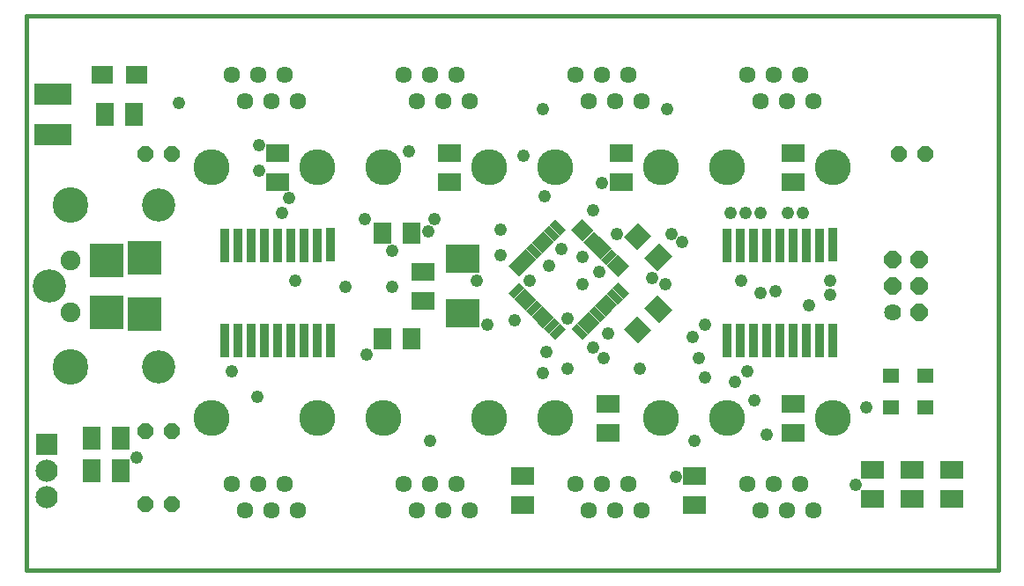
<source format=gbs>
G75*
G70*
%OFA0B0*%
%FSLAX24Y24*%
%IPPOS*%
%LPD*%
%AMOC8*
5,1,8,0,0,1.08239X$1,22.5*
%
%ADD10C,0.0160*%
%ADD11R,0.0580X0.0300*%
%ADD12R,0.0300X0.0580*%
%ADD13C,0.0640*%
%ADD14OC8,0.0640*%
%ADD15R,0.0840X0.0840*%
%ADD16C,0.0840*%
%ADD17R,0.0867X0.0710*%
%ADD18R,0.0710X0.0789*%
%ADD19C,0.0634*%
%ADD20C,0.0000*%
%ADD21C,0.1360*%
%ADD22R,0.0340X0.1280*%
%ADD23C,0.1261*%
%ADD24C,0.1346*%
%ADD25R,0.1261X0.1261*%
%ADD26C,0.0749*%
%ADD27OC8,0.0600*%
%ADD28R,0.0710X0.0867*%
%ADD29R,0.1419X0.0828*%
%ADD30R,0.0828X0.0710*%
%ADD31R,0.0631X0.0552*%
%ADD32R,0.1261X0.1064*%
%ADD33C,0.0488*%
D10*
X000550Y001235D02*
X037300Y001235D01*
X037300Y022235D01*
X000550Y022235D01*
X000550Y001235D01*
D11*
G36*
X019387Y011918D02*
X018978Y011509D01*
X018765Y011722D01*
X019174Y012131D01*
X019387Y011918D01*
G37*
G36*
X019609Y011695D02*
X019200Y011286D01*
X018987Y011499D01*
X019396Y011908D01*
X019609Y011695D01*
G37*
G36*
X019832Y011472D02*
X019423Y011063D01*
X019210Y011276D01*
X019619Y011685D01*
X019832Y011472D01*
G37*
G36*
X020055Y011249D02*
X019646Y010840D01*
X019433Y011053D01*
X019842Y011462D01*
X020055Y011249D01*
G37*
G36*
X020277Y011027D02*
X019868Y010618D01*
X019655Y010831D01*
X020064Y011240D01*
X020277Y011027D01*
G37*
G36*
X020500Y010804D02*
X020091Y010395D01*
X019878Y010608D01*
X020287Y011017D01*
X020500Y010804D01*
G37*
G36*
X020723Y010581D02*
X020314Y010172D01*
X020101Y010385D01*
X020510Y010794D01*
X020723Y010581D01*
G37*
G36*
X020945Y010359D02*
X020536Y009950D01*
X020323Y010163D01*
X020732Y010572D01*
X020945Y010359D01*
G37*
G36*
X023335Y012749D02*
X022926Y012340D01*
X022713Y012553D01*
X023122Y012962D01*
X023335Y012749D01*
G37*
G36*
X023113Y012971D02*
X022704Y012562D01*
X022491Y012775D01*
X022900Y013184D01*
X023113Y012971D01*
G37*
G36*
X022890Y013194D02*
X022481Y012785D01*
X022268Y012998D01*
X022677Y013407D01*
X022890Y013194D01*
G37*
G36*
X022667Y013417D02*
X022258Y013008D01*
X022045Y013221D01*
X022454Y013630D01*
X022667Y013417D01*
G37*
G36*
X022445Y013639D02*
X022036Y013230D01*
X021823Y013443D01*
X022232Y013852D01*
X022445Y013639D01*
G37*
G36*
X022222Y013862D02*
X021813Y013453D01*
X021600Y013666D01*
X022009Y014075D01*
X022222Y013862D01*
G37*
G36*
X021999Y014085D02*
X021590Y013676D01*
X021377Y013889D01*
X021786Y014298D01*
X021999Y014085D01*
G37*
G36*
X021777Y014308D02*
X021368Y013899D01*
X021155Y014112D01*
X021564Y014521D01*
X021777Y014308D01*
G37*
D12*
G36*
X020945Y014112D02*
X020732Y013899D01*
X020323Y014308D01*
X020536Y014521D01*
X020945Y014112D01*
G37*
G36*
X020723Y013889D02*
X020510Y013676D01*
X020101Y014085D01*
X020314Y014298D01*
X020723Y013889D01*
G37*
G36*
X020500Y013666D02*
X020287Y013453D01*
X019878Y013862D01*
X020091Y014075D01*
X020500Y013666D01*
G37*
G36*
X020277Y013443D02*
X020064Y013230D01*
X019655Y013639D01*
X019868Y013852D01*
X020277Y013443D01*
G37*
G36*
X020055Y013221D02*
X019842Y013008D01*
X019433Y013417D01*
X019646Y013630D01*
X020055Y013221D01*
G37*
G36*
X019832Y012998D02*
X019619Y012785D01*
X019210Y013194D01*
X019423Y013407D01*
X019832Y012998D01*
G37*
G36*
X019609Y012775D02*
X019396Y012562D01*
X018987Y012971D01*
X019200Y013184D01*
X019609Y012775D01*
G37*
G36*
X019387Y012553D02*
X019174Y012340D01*
X018765Y012749D01*
X018978Y012962D01*
X019387Y012553D01*
G37*
G36*
X022445Y010831D02*
X022232Y010618D01*
X021823Y011027D01*
X022036Y011240D01*
X022445Y010831D01*
G37*
G36*
X022667Y011053D02*
X022454Y010840D01*
X022045Y011249D01*
X022258Y011462D01*
X022667Y011053D01*
G37*
G36*
X022890Y011276D02*
X022677Y011063D01*
X022268Y011472D01*
X022481Y011685D01*
X022890Y011276D01*
G37*
G36*
X023113Y011499D02*
X022900Y011286D01*
X022491Y011695D01*
X022704Y011908D01*
X023113Y011499D01*
G37*
G36*
X023335Y011722D02*
X023122Y011509D01*
X022713Y011918D01*
X022926Y012131D01*
X023335Y011722D01*
G37*
G36*
X022222Y010608D02*
X022009Y010395D01*
X021600Y010804D01*
X021813Y011017D01*
X022222Y010608D01*
G37*
G36*
X021999Y010385D02*
X021786Y010172D01*
X021377Y010581D01*
X021590Y010794D01*
X021999Y010385D01*
G37*
G36*
X021777Y010163D02*
X021564Y009950D01*
X021155Y010359D01*
X021368Y010572D01*
X021777Y010163D01*
G37*
D13*
X033300Y010985D03*
D14*
X034300Y010985D03*
X034300Y011985D03*
X033300Y011985D03*
X033300Y012985D03*
X034300Y012985D03*
D15*
X001300Y005985D03*
D16*
X001300Y004985D03*
X001300Y003985D03*
D17*
X015550Y011434D03*
X015550Y012536D03*
X016550Y015934D03*
X016550Y017036D03*
X010050Y017036D03*
X010050Y015934D03*
X023050Y015934D03*
X023050Y017036D03*
X029550Y017036D03*
X029550Y015934D03*
X029550Y007536D03*
X029550Y006434D03*
X032550Y005036D03*
X034050Y005036D03*
X035550Y005036D03*
X035550Y003934D03*
X034050Y003934D03*
X032550Y003934D03*
X025800Y003684D03*
X025800Y004786D03*
X022550Y006434D03*
X022550Y007536D03*
X019300Y004786D03*
X019300Y003684D03*
D18*
X015101Y009985D03*
X013999Y009985D03*
X013999Y013985D03*
X015101Y013985D03*
G36*
X023633Y013346D02*
X023131Y013848D01*
X023687Y014404D01*
X024189Y013902D01*
X023633Y013346D01*
G37*
G36*
X024413Y012566D02*
X023911Y013068D01*
X024467Y013624D01*
X024969Y013122D01*
X024413Y012566D01*
G37*
G36*
X023911Y011152D02*
X024413Y011654D01*
X024969Y011098D01*
X024467Y010596D01*
X023911Y011152D01*
G37*
G36*
X023131Y010372D02*
X023633Y010874D01*
X024189Y010318D01*
X023687Y009816D01*
X023131Y010372D01*
G37*
D19*
X023300Y004485D03*
X022300Y004485D03*
X021300Y004485D03*
X021800Y003485D03*
X022800Y003485D03*
X023800Y003485D03*
X027800Y004485D03*
X028800Y004485D03*
X029800Y004485D03*
X029300Y003485D03*
X028300Y003485D03*
X030300Y003485D03*
X017300Y003485D03*
X016300Y003485D03*
X015300Y003485D03*
X014800Y004485D03*
X015800Y004485D03*
X016800Y004485D03*
X010800Y003485D03*
X009800Y003485D03*
X008800Y003485D03*
X008300Y004485D03*
X009300Y004485D03*
X010300Y004485D03*
X009800Y018985D03*
X010800Y018985D03*
X010300Y019985D03*
X009300Y019985D03*
X008300Y019985D03*
X008800Y018985D03*
X014800Y019985D03*
X015800Y019985D03*
X016800Y019985D03*
X016300Y018985D03*
X017300Y018985D03*
X015300Y018985D03*
X021300Y019985D03*
X022300Y019985D03*
X023300Y019985D03*
X022800Y018985D03*
X021800Y018985D03*
X023800Y018985D03*
X027800Y019985D03*
X028800Y019985D03*
X029800Y019985D03*
X029300Y018985D03*
X028300Y018985D03*
X030300Y018985D03*
D20*
X030410Y016485D02*
X030412Y016535D01*
X030418Y016585D01*
X030428Y016634D01*
X030441Y016683D01*
X030459Y016730D01*
X030480Y016776D01*
X030504Y016819D01*
X030532Y016861D01*
X030563Y016901D01*
X030597Y016938D01*
X030634Y016972D01*
X030674Y017003D01*
X030716Y017031D01*
X030759Y017055D01*
X030805Y017076D01*
X030852Y017094D01*
X030901Y017107D01*
X030950Y017117D01*
X031000Y017123D01*
X031050Y017125D01*
X031100Y017123D01*
X031150Y017117D01*
X031199Y017107D01*
X031248Y017094D01*
X031295Y017076D01*
X031341Y017055D01*
X031384Y017031D01*
X031426Y017003D01*
X031466Y016972D01*
X031503Y016938D01*
X031537Y016901D01*
X031568Y016861D01*
X031596Y016819D01*
X031620Y016776D01*
X031641Y016730D01*
X031659Y016683D01*
X031672Y016634D01*
X031682Y016585D01*
X031688Y016535D01*
X031690Y016485D01*
X031688Y016435D01*
X031682Y016385D01*
X031672Y016336D01*
X031659Y016287D01*
X031641Y016240D01*
X031620Y016194D01*
X031596Y016151D01*
X031568Y016109D01*
X031537Y016069D01*
X031503Y016032D01*
X031466Y015998D01*
X031426Y015967D01*
X031384Y015939D01*
X031341Y015915D01*
X031295Y015894D01*
X031248Y015876D01*
X031199Y015863D01*
X031150Y015853D01*
X031100Y015847D01*
X031050Y015845D01*
X031000Y015847D01*
X030950Y015853D01*
X030901Y015863D01*
X030852Y015876D01*
X030805Y015894D01*
X030759Y015915D01*
X030716Y015939D01*
X030674Y015967D01*
X030634Y015998D01*
X030597Y016032D01*
X030563Y016069D01*
X030532Y016109D01*
X030504Y016151D01*
X030480Y016194D01*
X030459Y016240D01*
X030441Y016287D01*
X030428Y016336D01*
X030418Y016385D01*
X030412Y016435D01*
X030410Y016485D01*
X026410Y016485D02*
X026412Y016535D01*
X026418Y016585D01*
X026428Y016634D01*
X026441Y016683D01*
X026459Y016730D01*
X026480Y016776D01*
X026504Y016819D01*
X026532Y016861D01*
X026563Y016901D01*
X026597Y016938D01*
X026634Y016972D01*
X026674Y017003D01*
X026716Y017031D01*
X026759Y017055D01*
X026805Y017076D01*
X026852Y017094D01*
X026901Y017107D01*
X026950Y017117D01*
X027000Y017123D01*
X027050Y017125D01*
X027100Y017123D01*
X027150Y017117D01*
X027199Y017107D01*
X027248Y017094D01*
X027295Y017076D01*
X027341Y017055D01*
X027384Y017031D01*
X027426Y017003D01*
X027466Y016972D01*
X027503Y016938D01*
X027537Y016901D01*
X027568Y016861D01*
X027596Y016819D01*
X027620Y016776D01*
X027641Y016730D01*
X027659Y016683D01*
X027672Y016634D01*
X027682Y016585D01*
X027688Y016535D01*
X027690Y016485D01*
X027688Y016435D01*
X027682Y016385D01*
X027672Y016336D01*
X027659Y016287D01*
X027641Y016240D01*
X027620Y016194D01*
X027596Y016151D01*
X027568Y016109D01*
X027537Y016069D01*
X027503Y016032D01*
X027466Y015998D01*
X027426Y015967D01*
X027384Y015939D01*
X027341Y015915D01*
X027295Y015894D01*
X027248Y015876D01*
X027199Y015863D01*
X027150Y015853D01*
X027100Y015847D01*
X027050Y015845D01*
X027000Y015847D01*
X026950Y015853D01*
X026901Y015863D01*
X026852Y015876D01*
X026805Y015894D01*
X026759Y015915D01*
X026716Y015939D01*
X026674Y015967D01*
X026634Y015998D01*
X026597Y016032D01*
X026563Y016069D01*
X026532Y016109D01*
X026504Y016151D01*
X026480Y016194D01*
X026459Y016240D01*
X026441Y016287D01*
X026428Y016336D01*
X026418Y016385D01*
X026412Y016435D01*
X026410Y016485D01*
X023910Y016485D02*
X023912Y016535D01*
X023918Y016585D01*
X023928Y016634D01*
X023941Y016683D01*
X023959Y016730D01*
X023980Y016776D01*
X024004Y016819D01*
X024032Y016861D01*
X024063Y016901D01*
X024097Y016938D01*
X024134Y016972D01*
X024174Y017003D01*
X024216Y017031D01*
X024259Y017055D01*
X024305Y017076D01*
X024352Y017094D01*
X024401Y017107D01*
X024450Y017117D01*
X024500Y017123D01*
X024550Y017125D01*
X024600Y017123D01*
X024650Y017117D01*
X024699Y017107D01*
X024748Y017094D01*
X024795Y017076D01*
X024841Y017055D01*
X024884Y017031D01*
X024926Y017003D01*
X024966Y016972D01*
X025003Y016938D01*
X025037Y016901D01*
X025068Y016861D01*
X025096Y016819D01*
X025120Y016776D01*
X025141Y016730D01*
X025159Y016683D01*
X025172Y016634D01*
X025182Y016585D01*
X025188Y016535D01*
X025190Y016485D01*
X025188Y016435D01*
X025182Y016385D01*
X025172Y016336D01*
X025159Y016287D01*
X025141Y016240D01*
X025120Y016194D01*
X025096Y016151D01*
X025068Y016109D01*
X025037Y016069D01*
X025003Y016032D01*
X024966Y015998D01*
X024926Y015967D01*
X024884Y015939D01*
X024841Y015915D01*
X024795Y015894D01*
X024748Y015876D01*
X024699Y015863D01*
X024650Y015853D01*
X024600Y015847D01*
X024550Y015845D01*
X024500Y015847D01*
X024450Y015853D01*
X024401Y015863D01*
X024352Y015876D01*
X024305Y015894D01*
X024259Y015915D01*
X024216Y015939D01*
X024174Y015967D01*
X024134Y015998D01*
X024097Y016032D01*
X024063Y016069D01*
X024032Y016109D01*
X024004Y016151D01*
X023980Y016194D01*
X023959Y016240D01*
X023941Y016287D01*
X023928Y016336D01*
X023918Y016385D01*
X023912Y016435D01*
X023910Y016485D01*
X019910Y016485D02*
X019912Y016535D01*
X019918Y016585D01*
X019928Y016634D01*
X019941Y016683D01*
X019959Y016730D01*
X019980Y016776D01*
X020004Y016819D01*
X020032Y016861D01*
X020063Y016901D01*
X020097Y016938D01*
X020134Y016972D01*
X020174Y017003D01*
X020216Y017031D01*
X020259Y017055D01*
X020305Y017076D01*
X020352Y017094D01*
X020401Y017107D01*
X020450Y017117D01*
X020500Y017123D01*
X020550Y017125D01*
X020600Y017123D01*
X020650Y017117D01*
X020699Y017107D01*
X020748Y017094D01*
X020795Y017076D01*
X020841Y017055D01*
X020884Y017031D01*
X020926Y017003D01*
X020966Y016972D01*
X021003Y016938D01*
X021037Y016901D01*
X021068Y016861D01*
X021096Y016819D01*
X021120Y016776D01*
X021141Y016730D01*
X021159Y016683D01*
X021172Y016634D01*
X021182Y016585D01*
X021188Y016535D01*
X021190Y016485D01*
X021188Y016435D01*
X021182Y016385D01*
X021172Y016336D01*
X021159Y016287D01*
X021141Y016240D01*
X021120Y016194D01*
X021096Y016151D01*
X021068Y016109D01*
X021037Y016069D01*
X021003Y016032D01*
X020966Y015998D01*
X020926Y015967D01*
X020884Y015939D01*
X020841Y015915D01*
X020795Y015894D01*
X020748Y015876D01*
X020699Y015863D01*
X020650Y015853D01*
X020600Y015847D01*
X020550Y015845D01*
X020500Y015847D01*
X020450Y015853D01*
X020401Y015863D01*
X020352Y015876D01*
X020305Y015894D01*
X020259Y015915D01*
X020216Y015939D01*
X020174Y015967D01*
X020134Y015998D01*
X020097Y016032D01*
X020063Y016069D01*
X020032Y016109D01*
X020004Y016151D01*
X019980Y016194D01*
X019959Y016240D01*
X019941Y016287D01*
X019928Y016336D01*
X019918Y016385D01*
X019912Y016435D01*
X019910Y016485D01*
X017410Y016485D02*
X017412Y016535D01*
X017418Y016585D01*
X017428Y016634D01*
X017441Y016683D01*
X017459Y016730D01*
X017480Y016776D01*
X017504Y016819D01*
X017532Y016861D01*
X017563Y016901D01*
X017597Y016938D01*
X017634Y016972D01*
X017674Y017003D01*
X017716Y017031D01*
X017759Y017055D01*
X017805Y017076D01*
X017852Y017094D01*
X017901Y017107D01*
X017950Y017117D01*
X018000Y017123D01*
X018050Y017125D01*
X018100Y017123D01*
X018150Y017117D01*
X018199Y017107D01*
X018248Y017094D01*
X018295Y017076D01*
X018341Y017055D01*
X018384Y017031D01*
X018426Y017003D01*
X018466Y016972D01*
X018503Y016938D01*
X018537Y016901D01*
X018568Y016861D01*
X018596Y016819D01*
X018620Y016776D01*
X018641Y016730D01*
X018659Y016683D01*
X018672Y016634D01*
X018682Y016585D01*
X018688Y016535D01*
X018690Y016485D01*
X018688Y016435D01*
X018682Y016385D01*
X018672Y016336D01*
X018659Y016287D01*
X018641Y016240D01*
X018620Y016194D01*
X018596Y016151D01*
X018568Y016109D01*
X018537Y016069D01*
X018503Y016032D01*
X018466Y015998D01*
X018426Y015967D01*
X018384Y015939D01*
X018341Y015915D01*
X018295Y015894D01*
X018248Y015876D01*
X018199Y015863D01*
X018150Y015853D01*
X018100Y015847D01*
X018050Y015845D01*
X018000Y015847D01*
X017950Y015853D01*
X017901Y015863D01*
X017852Y015876D01*
X017805Y015894D01*
X017759Y015915D01*
X017716Y015939D01*
X017674Y015967D01*
X017634Y015998D01*
X017597Y016032D01*
X017563Y016069D01*
X017532Y016109D01*
X017504Y016151D01*
X017480Y016194D01*
X017459Y016240D01*
X017441Y016287D01*
X017428Y016336D01*
X017418Y016385D01*
X017412Y016435D01*
X017410Y016485D01*
X013410Y016485D02*
X013412Y016535D01*
X013418Y016585D01*
X013428Y016634D01*
X013441Y016683D01*
X013459Y016730D01*
X013480Y016776D01*
X013504Y016819D01*
X013532Y016861D01*
X013563Y016901D01*
X013597Y016938D01*
X013634Y016972D01*
X013674Y017003D01*
X013716Y017031D01*
X013759Y017055D01*
X013805Y017076D01*
X013852Y017094D01*
X013901Y017107D01*
X013950Y017117D01*
X014000Y017123D01*
X014050Y017125D01*
X014100Y017123D01*
X014150Y017117D01*
X014199Y017107D01*
X014248Y017094D01*
X014295Y017076D01*
X014341Y017055D01*
X014384Y017031D01*
X014426Y017003D01*
X014466Y016972D01*
X014503Y016938D01*
X014537Y016901D01*
X014568Y016861D01*
X014596Y016819D01*
X014620Y016776D01*
X014641Y016730D01*
X014659Y016683D01*
X014672Y016634D01*
X014682Y016585D01*
X014688Y016535D01*
X014690Y016485D01*
X014688Y016435D01*
X014682Y016385D01*
X014672Y016336D01*
X014659Y016287D01*
X014641Y016240D01*
X014620Y016194D01*
X014596Y016151D01*
X014568Y016109D01*
X014537Y016069D01*
X014503Y016032D01*
X014466Y015998D01*
X014426Y015967D01*
X014384Y015939D01*
X014341Y015915D01*
X014295Y015894D01*
X014248Y015876D01*
X014199Y015863D01*
X014150Y015853D01*
X014100Y015847D01*
X014050Y015845D01*
X014000Y015847D01*
X013950Y015853D01*
X013901Y015863D01*
X013852Y015876D01*
X013805Y015894D01*
X013759Y015915D01*
X013716Y015939D01*
X013674Y015967D01*
X013634Y015998D01*
X013597Y016032D01*
X013563Y016069D01*
X013532Y016109D01*
X013504Y016151D01*
X013480Y016194D01*
X013459Y016240D01*
X013441Y016287D01*
X013428Y016336D01*
X013418Y016385D01*
X013412Y016435D01*
X013410Y016485D01*
X010910Y016485D02*
X010912Y016535D01*
X010918Y016585D01*
X010928Y016634D01*
X010941Y016683D01*
X010959Y016730D01*
X010980Y016776D01*
X011004Y016819D01*
X011032Y016861D01*
X011063Y016901D01*
X011097Y016938D01*
X011134Y016972D01*
X011174Y017003D01*
X011216Y017031D01*
X011259Y017055D01*
X011305Y017076D01*
X011352Y017094D01*
X011401Y017107D01*
X011450Y017117D01*
X011500Y017123D01*
X011550Y017125D01*
X011600Y017123D01*
X011650Y017117D01*
X011699Y017107D01*
X011748Y017094D01*
X011795Y017076D01*
X011841Y017055D01*
X011884Y017031D01*
X011926Y017003D01*
X011966Y016972D01*
X012003Y016938D01*
X012037Y016901D01*
X012068Y016861D01*
X012096Y016819D01*
X012120Y016776D01*
X012141Y016730D01*
X012159Y016683D01*
X012172Y016634D01*
X012182Y016585D01*
X012188Y016535D01*
X012190Y016485D01*
X012188Y016435D01*
X012182Y016385D01*
X012172Y016336D01*
X012159Y016287D01*
X012141Y016240D01*
X012120Y016194D01*
X012096Y016151D01*
X012068Y016109D01*
X012037Y016069D01*
X012003Y016032D01*
X011966Y015998D01*
X011926Y015967D01*
X011884Y015939D01*
X011841Y015915D01*
X011795Y015894D01*
X011748Y015876D01*
X011699Y015863D01*
X011650Y015853D01*
X011600Y015847D01*
X011550Y015845D01*
X011500Y015847D01*
X011450Y015853D01*
X011401Y015863D01*
X011352Y015876D01*
X011305Y015894D01*
X011259Y015915D01*
X011216Y015939D01*
X011174Y015967D01*
X011134Y015998D01*
X011097Y016032D01*
X011063Y016069D01*
X011032Y016109D01*
X011004Y016151D01*
X010980Y016194D01*
X010959Y016240D01*
X010941Y016287D01*
X010928Y016336D01*
X010918Y016385D01*
X010912Y016435D01*
X010910Y016485D01*
X006910Y016485D02*
X006912Y016535D01*
X006918Y016585D01*
X006928Y016634D01*
X006941Y016683D01*
X006959Y016730D01*
X006980Y016776D01*
X007004Y016819D01*
X007032Y016861D01*
X007063Y016901D01*
X007097Y016938D01*
X007134Y016972D01*
X007174Y017003D01*
X007216Y017031D01*
X007259Y017055D01*
X007305Y017076D01*
X007352Y017094D01*
X007401Y017107D01*
X007450Y017117D01*
X007500Y017123D01*
X007550Y017125D01*
X007600Y017123D01*
X007650Y017117D01*
X007699Y017107D01*
X007748Y017094D01*
X007795Y017076D01*
X007841Y017055D01*
X007884Y017031D01*
X007926Y017003D01*
X007966Y016972D01*
X008003Y016938D01*
X008037Y016901D01*
X008068Y016861D01*
X008096Y016819D01*
X008120Y016776D01*
X008141Y016730D01*
X008159Y016683D01*
X008172Y016634D01*
X008182Y016585D01*
X008188Y016535D01*
X008190Y016485D01*
X008188Y016435D01*
X008182Y016385D01*
X008172Y016336D01*
X008159Y016287D01*
X008141Y016240D01*
X008120Y016194D01*
X008096Y016151D01*
X008068Y016109D01*
X008037Y016069D01*
X008003Y016032D01*
X007966Y015998D01*
X007926Y015967D01*
X007884Y015939D01*
X007841Y015915D01*
X007795Y015894D01*
X007748Y015876D01*
X007699Y015863D01*
X007650Y015853D01*
X007600Y015847D01*
X007550Y015845D01*
X007500Y015847D01*
X007450Y015853D01*
X007401Y015863D01*
X007352Y015876D01*
X007305Y015894D01*
X007259Y015915D01*
X007216Y015939D01*
X007174Y015967D01*
X007134Y015998D01*
X007097Y016032D01*
X007063Y016069D01*
X007032Y016109D01*
X007004Y016151D01*
X006980Y016194D01*
X006959Y016240D01*
X006941Y016287D01*
X006928Y016336D01*
X006918Y016385D01*
X006912Y016435D01*
X006910Y016485D01*
X001869Y012969D02*
X001871Y013005D01*
X001877Y013041D01*
X001887Y013076D01*
X001900Y013110D01*
X001917Y013142D01*
X001937Y013172D01*
X001961Y013199D01*
X001987Y013224D01*
X002016Y013246D01*
X002047Y013265D01*
X002080Y013280D01*
X002114Y013292D01*
X002150Y013300D01*
X002186Y013304D01*
X002222Y013304D01*
X002258Y013300D01*
X002294Y013292D01*
X002328Y013280D01*
X002361Y013265D01*
X002392Y013246D01*
X002421Y013224D01*
X002447Y013199D01*
X002471Y013172D01*
X002491Y013142D01*
X002508Y013110D01*
X002521Y013076D01*
X002531Y013041D01*
X002537Y013005D01*
X002539Y012969D01*
X002537Y012933D01*
X002531Y012897D01*
X002521Y012862D01*
X002508Y012828D01*
X002491Y012796D01*
X002471Y012766D01*
X002447Y012739D01*
X002421Y012714D01*
X002392Y012692D01*
X002361Y012673D01*
X002328Y012658D01*
X002294Y012646D01*
X002258Y012638D01*
X002222Y012634D01*
X002186Y012634D01*
X002150Y012638D01*
X002114Y012646D01*
X002080Y012658D01*
X002047Y012673D01*
X002016Y012692D01*
X001987Y012714D01*
X001961Y012739D01*
X001937Y012766D01*
X001917Y012796D01*
X001900Y012828D01*
X001887Y012862D01*
X001877Y012897D01*
X001871Y012933D01*
X001869Y012969D01*
X001869Y011001D02*
X001871Y011037D01*
X001877Y011073D01*
X001887Y011108D01*
X001900Y011142D01*
X001917Y011174D01*
X001937Y011204D01*
X001961Y011231D01*
X001987Y011256D01*
X002016Y011278D01*
X002047Y011297D01*
X002080Y011312D01*
X002114Y011324D01*
X002150Y011332D01*
X002186Y011336D01*
X002222Y011336D01*
X002258Y011332D01*
X002294Y011324D01*
X002328Y011312D01*
X002361Y011297D01*
X002392Y011278D01*
X002421Y011256D01*
X002447Y011231D01*
X002471Y011204D01*
X002491Y011174D01*
X002508Y011142D01*
X002521Y011108D01*
X002531Y011073D01*
X002537Y011037D01*
X002539Y011001D01*
X002537Y010965D01*
X002531Y010929D01*
X002521Y010894D01*
X002508Y010860D01*
X002491Y010828D01*
X002471Y010798D01*
X002447Y010771D01*
X002421Y010746D01*
X002392Y010724D01*
X002361Y010705D01*
X002328Y010690D01*
X002294Y010678D01*
X002258Y010670D01*
X002222Y010666D01*
X002186Y010666D01*
X002150Y010670D01*
X002114Y010678D01*
X002080Y010690D01*
X002047Y010705D01*
X002016Y010724D01*
X001987Y010746D01*
X001961Y010771D01*
X001937Y010798D01*
X001917Y010828D01*
X001900Y010860D01*
X001887Y010894D01*
X001877Y010929D01*
X001871Y010965D01*
X001869Y011001D01*
X006910Y006985D02*
X006912Y007035D01*
X006918Y007085D01*
X006928Y007134D01*
X006941Y007183D01*
X006959Y007230D01*
X006980Y007276D01*
X007004Y007319D01*
X007032Y007361D01*
X007063Y007401D01*
X007097Y007438D01*
X007134Y007472D01*
X007174Y007503D01*
X007216Y007531D01*
X007259Y007555D01*
X007305Y007576D01*
X007352Y007594D01*
X007401Y007607D01*
X007450Y007617D01*
X007500Y007623D01*
X007550Y007625D01*
X007600Y007623D01*
X007650Y007617D01*
X007699Y007607D01*
X007748Y007594D01*
X007795Y007576D01*
X007841Y007555D01*
X007884Y007531D01*
X007926Y007503D01*
X007966Y007472D01*
X008003Y007438D01*
X008037Y007401D01*
X008068Y007361D01*
X008096Y007319D01*
X008120Y007276D01*
X008141Y007230D01*
X008159Y007183D01*
X008172Y007134D01*
X008182Y007085D01*
X008188Y007035D01*
X008190Y006985D01*
X008188Y006935D01*
X008182Y006885D01*
X008172Y006836D01*
X008159Y006787D01*
X008141Y006740D01*
X008120Y006694D01*
X008096Y006651D01*
X008068Y006609D01*
X008037Y006569D01*
X008003Y006532D01*
X007966Y006498D01*
X007926Y006467D01*
X007884Y006439D01*
X007841Y006415D01*
X007795Y006394D01*
X007748Y006376D01*
X007699Y006363D01*
X007650Y006353D01*
X007600Y006347D01*
X007550Y006345D01*
X007500Y006347D01*
X007450Y006353D01*
X007401Y006363D01*
X007352Y006376D01*
X007305Y006394D01*
X007259Y006415D01*
X007216Y006439D01*
X007174Y006467D01*
X007134Y006498D01*
X007097Y006532D01*
X007063Y006569D01*
X007032Y006609D01*
X007004Y006651D01*
X006980Y006694D01*
X006959Y006740D01*
X006941Y006787D01*
X006928Y006836D01*
X006918Y006885D01*
X006912Y006935D01*
X006910Y006985D01*
X010910Y006985D02*
X010912Y007035D01*
X010918Y007085D01*
X010928Y007134D01*
X010941Y007183D01*
X010959Y007230D01*
X010980Y007276D01*
X011004Y007319D01*
X011032Y007361D01*
X011063Y007401D01*
X011097Y007438D01*
X011134Y007472D01*
X011174Y007503D01*
X011216Y007531D01*
X011259Y007555D01*
X011305Y007576D01*
X011352Y007594D01*
X011401Y007607D01*
X011450Y007617D01*
X011500Y007623D01*
X011550Y007625D01*
X011600Y007623D01*
X011650Y007617D01*
X011699Y007607D01*
X011748Y007594D01*
X011795Y007576D01*
X011841Y007555D01*
X011884Y007531D01*
X011926Y007503D01*
X011966Y007472D01*
X012003Y007438D01*
X012037Y007401D01*
X012068Y007361D01*
X012096Y007319D01*
X012120Y007276D01*
X012141Y007230D01*
X012159Y007183D01*
X012172Y007134D01*
X012182Y007085D01*
X012188Y007035D01*
X012190Y006985D01*
X012188Y006935D01*
X012182Y006885D01*
X012172Y006836D01*
X012159Y006787D01*
X012141Y006740D01*
X012120Y006694D01*
X012096Y006651D01*
X012068Y006609D01*
X012037Y006569D01*
X012003Y006532D01*
X011966Y006498D01*
X011926Y006467D01*
X011884Y006439D01*
X011841Y006415D01*
X011795Y006394D01*
X011748Y006376D01*
X011699Y006363D01*
X011650Y006353D01*
X011600Y006347D01*
X011550Y006345D01*
X011500Y006347D01*
X011450Y006353D01*
X011401Y006363D01*
X011352Y006376D01*
X011305Y006394D01*
X011259Y006415D01*
X011216Y006439D01*
X011174Y006467D01*
X011134Y006498D01*
X011097Y006532D01*
X011063Y006569D01*
X011032Y006609D01*
X011004Y006651D01*
X010980Y006694D01*
X010959Y006740D01*
X010941Y006787D01*
X010928Y006836D01*
X010918Y006885D01*
X010912Y006935D01*
X010910Y006985D01*
X013410Y006985D02*
X013412Y007035D01*
X013418Y007085D01*
X013428Y007134D01*
X013441Y007183D01*
X013459Y007230D01*
X013480Y007276D01*
X013504Y007319D01*
X013532Y007361D01*
X013563Y007401D01*
X013597Y007438D01*
X013634Y007472D01*
X013674Y007503D01*
X013716Y007531D01*
X013759Y007555D01*
X013805Y007576D01*
X013852Y007594D01*
X013901Y007607D01*
X013950Y007617D01*
X014000Y007623D01*
X014050Y007625D01*
X014100Y007623D01*
X014150Y007617D01*
X014199Y007607D01*
X014248Y007594D01*
X014295Y007576D01*
X014341Y007555D01*
X014384Y007531D01*
X014426Y007503D01*
X014466Y007472D01*
X014503Y007438D01*
X014537Y007401D01*
X014568Y007361D01*
X014596Y007319D01*
X014620Y007276D01*
X014641Y007230D01*
X014659Y007183D01*
X014672Y007134D01*
X014682Y007085D01*
X014688Y007035D01*
X014690Y006985D01*
X014688Y006935D01*
X014682Y006885D01*
X014672Y006836D01*
X014659Y006787D01*
X014641Y006740D01*
X014620Y006694D01*
X014596Y006651D01*
X014568Y006609D01*
X014537Y006569D01*
X014503Y006532D01*
X014466Y006498D01*
X014426Y006467D01*
X014384Y006439D01*
X014341Y006415D01*
X014295Y006394D01*
X014248Y006376D01*
X014199Y006363D01*
X014150Y006353D01*
X014100Y006347D01*
X014050Y006345D01*
X014000Y006347D01*
X013950Y006353D01*
X013901Y006363D01*
X013852Y006376D01*
X013805Y006394D01*
X013759Y006415D01*
X013716Y006439D01*
X013674Y006467D01*
X013634Y006498D01*
X013597Y006532D01*
X013563Y006569D01*
X013532Y006609D01*
X013504Y006651D01*
X013480Y006694D01*
X013459Y006740D01*
X013441Y006787D01*
X013428Y006836D01*
X013418Y006885D01*
X013412Y006935D01*
X013410Y006985D01*
X017410Y006985D02*
X017412Y007035D01*
X017418Y007085D01*
X017428Y007134D01*
X017441Y007183D01*
X017459Y007230D01*
X017480Y007276D01*
X017504Y007319D01*
X017532Y007361D01*
X017563Y007401D01*
X017597Y007438D01*
X017634Y007472D01*
X017674Y007503D01*
X017716Y007531D01*
X017759Y007555D01*
X017805Y007576D01*
X017852Y007594D01*
X017901Y007607D01*
X017950Y007617D01*
X018000Y007623D01*
X018050Y007625D01*
X018100Y007623D01*
X018150Y007617D01*
X018199Y007607D01*
X018248Y007594D01*
X018295Y007576D01*
X018341Y007555D01*
X018384Y007531D01*
X018426Y007503D01*
X018466Y007472D01*
X018503Y007438D01*
X018537Y007401D01*
X018568Y007361D01*
X018596Y007319D01*
X018620Y007276D01*
X018641Y007230D01*
X018659Y007183D01*
X018672Y007134D01*
X018682Y007085D01*
X018688Y007035D01*
X018690Y006985D01*
X018688Y006935D01*
X018682Y006885D01*
X018672Y006836D01*
X018659Y006787D01*
X018641Y006740D01*
X018620Y006694D01*
X018596Y006651D01*
X018568Y006609D01*
X018537Y006569D01*
X018503Y006532D01*
X018466Y006498D01*
X018426Y006467D01*
X018384Y006439D01*
X018341Y006415D01*
X018295Y006394D01*
X018248Y006376D01*
X018199Y006363D01*
X018150Y006353D01*
X018100Y006347D01*
X018050Y006345D01*
X018000Y006347D01*
X017950Y006353D01*
X017901Y006363D01*
X017852Y006376D01*
X017805Y006394D01*
X017759Y006415D01*
X017716Y006439D01*
X017674Y006467D01*
X017634Y006498D01*
X017597Y006532D01*
X017563Y006569D01*
X017532Y006609D01*
X017504Y006651D01*
X017480Y006694D01*
X017459Y006740D01*
X017441Y006787D01*
X017428Y006836D01*
X017418Y006885D01*
X017412Y006935D01*
X017410Y006985D01*
X019910Y006985D02*
X019912Y007035D01*
X019918Y007085D01*
X019928Y007134D01*
X019941Y007183D01*
X019959Y007230D01*
X019980Y007276D01*
X020004Y007319D01*
X020032Y007361D01*
X020063Y007401D01*
X020097Y007438D01*
X020134Y007472D01*
X020174Y007503D01*
X020216Y007531D01*
X020259Y007555D01*
X020305Y007576D01*
X020352Y007594D01*
X020401Y007607D01*
X020450Y007617D01*
X020500Y007623D01*
X020550Y007625D01*
X020600Y007623D01*
X020650Y007617D01*
X020699Y007607D01*
X020748Y007594D01*
X020795Y007576D01*
X020841Y007555D01*
X020884Y007531D01*
X020926Y007503D01*
X020966Y007472D01*
X021003Y007438D01*
X021037Y007401D01*
X021068Y007361D01*
X021096Y007319D01*
X021120Y007276D01*
X021141Y007230D01*
X021159Y007183D01*
X021172Y007134D01*
X021182Y007085D01*
X021188Y007035D01*
X021190Y006985D01*
X021188Y006935D01*
X021182Y006885D01*
X021172Y006836D01*
X021159Y006787D01*
X021141Y006740D01*
X021120Y006694D01*
X021096Y006651D01*
X021068Y006609D01*
X021037Y006569D01*
X021003Y006532D01*
X020966Y006498D01*
X020926Y006467D01*
X020884Y006439D01*
X020841Y006415D01*
X020795Y006394D01*
X020748Y006376D01*
X020699Y006363D01*
X020650Y006353D01*
X020600Y006347D01*
X020550Y006345D01*
X020500Y006347D01*
X020450Y006353D01*
X020401Y006363D01*
X020352Y006376D01*
X020305Y006394D01*
X020259Y006415D01*
X020216Y006439D01*
X020174Y006467D01*
X020134Y006498D01*
X020097Y006532D01*
X020063Y006569D01*
X020032Y006609D01*
X020004Y006651D01*
X019980Y006694D01*
X019959Y006740D01*
X019941Y006787D01*
X019928Y006836D01*
X019918Y006885D01*
X019912Y006935D01*
X019910Y006985D01*
X023910Y006985D02*
X023912Y007035D01*
X023918Y007085D01*
X023928Y007134D01*
X023941Y007183D01*
X023959Y007230D01*
X023980Y007276D01*
X024004Y007319D01*
X024032Y007361D01*
X024063Y007401D01*
X024097Y007438D01*
X024134Y007472D01*
X024174Y007503D01*
X024216Y007531D01*
X024259Y007555D01*
X024305Y007576D01*
X024352Y007594D01*
X024401Y007607D01*
X024450Y007617D01*
X024500Y007623D01*
X024550Y007625D01*
X024600Y007623D01*
X024650Y007617D01*
X024699Y007607D01*
X024748Y007594D01*
X024795Y007576D01*
X024841Y007555D01*
X024884Y007531D01*
X024926Y007503D01*
X024966Y007472D01*
X025003Y007438D01*
X025037Y007401D01*
X025068Y007361D01*
X025096Y007319D01*
X025120Y007276D01*
X025141Y007230D01*
X025159Y007183D01*
X025172Y007134D01*
X025182Y007085D01*
X025188Y007035D01*
X025190Y006985D01*
X025188Y006935D01*
X025182Y006885D01*
X025172Y006836D01*
X025159Y006787D01*
X025141Y006740D01*
X025120Y006694D01*
X025096Y006651D01*
X025068Y006609D01*
X025037Y006569D01*
X025003Y006532D01*
X024966Y006498D01*
X024926Y006467D01*
X024884Y006439D01*
X024841Y006415D01*
X024795Y006394D01*
X024748Y006376D01*
X024699Y006363D01*
X024650Y006353D01*
X024600Y006347D01*
X024550Y006345D01*
X024500Y006347D01*
X024450Y006353D01*
X024401Y006363D01*
X024352Y006376D01*
X024305Y006394D01*
X024259Y006415D01*
X024216Y006439D01*
X024174Y006467D01*
X024134Y006498D01*
X024097Y006532D01*
X024063Y006569D01*
X024032Y006609D01*
X024004Y006651D01*
X023980Y006694D01*
X023959Y006740D01*
X023941Y006787D01*
X023928Y006836D01*
X023918Y006885D01*
X023912Y006935D01*
X023910Y006985D01*
X026410Y006985D02*
X026412Y007035D01*
X026418Y007085D01*
X026428Y007134D01*
X026441Y007183D01*
X026459Y007230D01*
X026480Y007276D01*
X026504Y007319D01*
X026532Y007361D01*
X026563Y007401D01*
X026597Y007438D01*
X026634Y007472D01*
X026674Y007503D01*
X026716Y007531D01*
X026759Y007555D01*
X026805Y007576D01*
X026852Y007594D01*
X026901Y007607D01*
X026950Y007617D01*
X027000Y007623D01*
X027050Y007625D01*
X027100Y007623D01*
X027150Y007617D01*
X027199Y007607D01*
X027248Y007594D01*
X027295Y007576D01*
X027341Y007555D01*
X027384Y007531D01*
X027426Y007503D01*
X027466Y007472D01*
X027503Y007438D01*
X027537Y007401D01*
X027568Y007361D01*
X027596Y007319D01*
X027620Y007276D01*
X027641Y007230D01*
X027659Y007183D01*
X027672Y007134D01*
X027682Y007085D01*
X027688Y007035D01*
X027690Y006985D01*
X027688Y006935D01*
X027682Y006885D01*
X027672Y006836D01*
X027659Y006787D01*
X027641Y006740D01*
X027620Y006694D01*
X027596Y006651D01*
X027568Y006609D01*
X027537Y006569D01*
X027503Y006532D01*
X027466Y006498D01*
X027426Y006467D01*
X027384Y006439D01*
X027341Y006415D01*
X027295Y006394D01*
X027248Y006376D01*
X027199Y006363D01*
X027150Y006353D01*
X027100Y006347D01*
X027050Y006345D01*
X027000Y006347D01*
X026950Y006353D01*
X026901Y006363D01*
X026852Y006376D01*
X026805Y006394D01*
X026759Y006415D01*
X026716Y006439D01*
X026674Y006467D01*
X026634Y006498D01*
X026597Y006532D01*
X026563Y006569D01*
X026532Y006609D01*
X026504Y006651D01*
X026480Y006694D01*
X026459Y006740D01*
X026441Y006787D01*
X026428Y006836D01*
X026418Y006885D01*
X026412Y006935D01*
X026410Y006985D01*
X030410Y006985D02*
X030412Y007035D01*
X030418Y007085D01*
X030428Y007134D01*
X030441Y007183D01*
X030459Y007230D01*
X030480Y007276D01*
X030504Y007319D01*
X030532Y007361D01*
X030563Y007401D01*
X030597Y007438D01*
X030634Y007472D01*
X030674Y007503D01*
X030716Y007531D01*
X030759Y007555D01*
X030805Y007576D01*
X030852Y007594D01*
X030901Y007607D01*
X030950Y007617D01*
X031000Y007623D01*
X031050Y007625D01*
X031100Y007623D01*
X031150Y007617D01*
X031199Y007607D01*
X031248Y007594D01*
X031295Y007576D01*
X031341Y007555D01*
X031384Y007531D01*
X031426Y007503D01*
X031466Y007472D01*
X031503Y007438D01*
X031537Y007401D01*
X031568Y007361D01*
X031596Y007319D01*
X031620Y007276D01*
X031641Y007230D01*
X031659Y007183D01*
X031672Y007134D01*
X031682Y007085D01*
X031688Y007035D01*
X031690Y006985D01*
X031688Y006935D01*
X031682Y006885D01*
X031672Y006836D01*
X031659Y006787D01*
X031641Y006740D01*
X031620Y006694D01*
X031596Y006651D01*
X031568Y006609D01*
X031537Y006569D01*
X031503Y006532D01*
X031466Y006498D01*
X031426Y006467D01*
X031384Y006439D01*
X031341Y006415D01*
X031295Y006394D01*
X031248Y006376D01*
X031199Y006363D01*
X031150Y006353D01*
X031100Y006347D01*
X031050Y006345D01*
X031000Y006347D01*
X030950Y006353D01*
X030901Y006363D01*
X030852Y006376D01*
X030805Y006394D01*
X030759Y006415D01*
X030716Y006439D01*
X030674Y006467D01*
X030634Y006498D01*
X030597Y006532D01*
X030563Y006569D01*
X030532Y006609D01*
X030504Y006651D01*
X030480Y006694D01*
X030459Y006740D01*
X030441Y006787D01*
X030428Y006836D01*
X030418Y006885D01*
X030412Y006935D01*
X030410Y006985D01*
D21*
X031050Y006985D03*
X027050Y006985D03*
X024550Y006985D03*
X020550Y006985D03*
X018050Y006985D03*
X014050Y006985D03*
X011550Y006985D03*
X007550Y006985D03*
X007550Y016485D03*
X011550Y016485D03*
X014050Y016485D03*
X018050Y016485D03*
X020550Y016485D03*
X024550Y016485D03*
X027050Y016485D03*
X031050Y016485D03*
D22*
X031050Y013555D03*
X030550Y013540D03*
X030050Y013540D03*
X029550Y013540D03*
X029050Y013540D03*
X028550Y013540D03*
X028050Y013540D03*
X027550Y013540D03*
X027050Y013540D03*
X027050Y009930D03*
X027550Y009930D03*
X028050Y009930D03*
X028550Y009930D03*
X029050Y009930D03*
X029550Y009930D03*
X030050Y009930D03*
X030550Y009930D03*
X031050Y009930D03*
X012050Y009930D03*
X011550Y009930D03*
X011050Y009930D03*
X010550Y009930D03*
X010050Y009930D03*
X009550Y009930D03*
X009050Y009930D03*
X008550Y009930D03*
X008050Y009930D03*
X008050Y013540D03*
X008550Y013540D03*
X009050Y013540D03*
X009550Y013540D03*
X010050Y013540D03*
X010550Y013540D03*
X011050Y013540D03*
X011550Y013540D03*
X012050Y013555D03*
D23*
X005550Y015056D03*
X001416Y011985D03*
X005550Y008914D03*
D24*
X002204Y008914D03*
X002204Y015056D03*
D25*
X005019Y013048D03*
X003581Y012969D03*
X003581Y011001D03*
X005019Y010922D03*
D26*
X002204Y011001D03*
X002204Y012969D03*
D27*
X005050Y016985D03*
X006050Y016985D03*
X006050Y006485D03*
X005050Y006485D03*
X005050Y003735D03*
X006050Y003735D03*
X033550Y016985D03*
X034550Y016985D03*
D28*
X004601Y018485D03*
X003499Y018485D03*
X002999Y006235D03*
X004101Y006235D03*
X004101Y004985D03*
X002999Y004985D03*
D29*
X001550Y017717D03*
X001550Y019253D03*
D30*
X003400Y019985D03*
X004700Y019985D03*
D31*
X033250Y008576D03*
X034550Y008576D03*
X034550Y007395D03*
X033250Y007395D03*
D32*
X017050Y010975D03*
X017050Y013034D03*
D33*
X017590Y012205D03*
X018470Y013165D03*
X019590Y012205D03*
X020310Y012765D03*
X020790Y013405D03*
X021590Y013085D03*
X022230Y012525D03*
X021590Y012045D03*
X021030Y010765D03*
X022550Y010205D03*
X021990Y009645D03*
X022390Y009245D03*
X021030Y008845D03*
X020070Y008685D03*
X020230Y009485D03*
X019030Y010685D03*
X017990Y010525D03*
X014390Y011965D03*
X012630Y011965D03*
X010710Y012205D03*
X013350Y014525D03*
X014390Y013325D03*
X015750Y014045D03*
X015990Y014525D03*
X018470Y014125D03*
X020150Y015405D03*
X021990Y014845D03*
X022310Y015885D03*
X022870Y013965D03*
X024950Y013965D03*
X025350Y013645D03*
X027190Y014765D03*
X027750Y014765D03*
X028310Y014765D03*
X029350Y014765D03*
X029910Y014765D03*
X030950Y012205D03*
X030950Y011645D03*
X030150Y011245D03*
X028870Y011805D03*
X028310Y011725D03*
X027590Y012205D03*
X026230Y010525D03*
X025750Y010045D03*
X025990Y009245D03*
X026230Y008525D03*
X027350Y008365D03*
X027830Y008765D03*
X028070Y007645D03*
X028550Y006365D03*
X025830Y006125D03*
X025110Y004765D03*
X023750Y008845D03*
X024710Y012045D03*
X024230Y012285D03*
X019350Y016925D03*
X020070Y018685D03*
X024790Y018685D03*
X015030Y017085D03*
X010470Y015325D03*
X010230Y014765D03*
X009350Y016365D03*
X009350Y017325D03*
X006310Y018925D03*
X013430Y009405D03*
X009270Y007805D03*
X008310Y008765D03*
X004710Y005485D03*
X015830Y006125D03*
X031910Y004445D03*
X032310Y007405D03*
M02*

</source>
